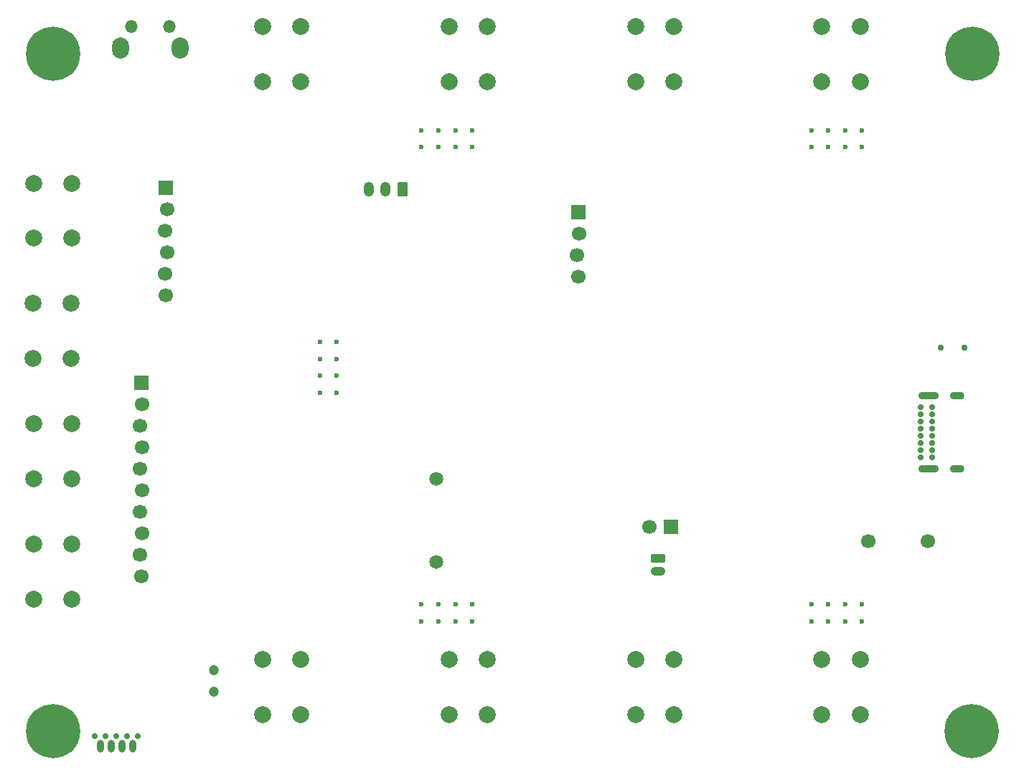
<source format=gbr>
%TF.GenerationSoftware,KiCad,Pcbnew,9.0.2-9.0.2-0~ubuntu24.04.1*%
%TF.CreationDate,2025-06-12T00:39:10-04:00*%
%TF.ProjectId,minstro_combined_board,6d696e73-7472-46f5-9f63-6f6d62696e65,rev?*%
%TF.SameCoordinates,Original*%
%TF.FileFunction,Soldermask,Bot*%
%TF.FilePolarity,Negative*%
%FSLAX46Y46*%
G04 Gerber Fmt 4.6, Leading zero omitted, Abs format (unit mm)*
G04 Created by KiCad (PCBNEW 9.0.2-9.0.2-0~ubuntu24.04.1) date 2025-06-12 00:39:10*
%MOMM*%
%LPD*%
G01*
G04 APERTURE LIST*
G04 Aperture macros list*
%AMRoundRect*
0 Rectangle with rounded corners*
0 $1 Rounding radius*
0 $2 $3 $4 $5 $6 $7 $8 $9 X,Y pos of 4 corners*
0 Add a 4 corners polygon primitive as box body*
4,1,4,$2,$3,$4,$5,$6,$7,$8,$9,$2,$3,0*
0 Add four circle primitives for the rounded corners*
1,1,$1+$1,$2,$3*
1,1,$1+$1,$4,$5*
1,1,$1+$1,$6,$7*
1,1,$1+$1,$8,$9*
0 Add four rect primitives between the rounded corners*
20,1,$1+$1,$2,$3,$4,$5,0*
20,1,$1+$1,$4,$5,$6,$7,0*
20,1,$1+$1,$6,$7,$8,$9,0*
20,1,$1+$1,$8,$9,$2,$3,0*%
G04 Aperture macros list end*
%ADD10R,1.700000X1.700000*%
%ADD11C,1.700000*%
%ADD12O,2.000000X2.500000*%
%ADD13O,1.500000X1.500000*%
%ADD14C,2.000000*%
%ADD15C,0.700000*%
%ADD16O,2.400000X0.900000*%
%ADD17O,1.700000X0.900000*%
%ADD18C,0.600000*%
%ADD19RoundRect,0.250000X0.350000X0.625000X-0.350000X0.625000X-0.350000X-0.625000X0.350000X-0.625000X0*%
%ADD20O,1.200000X1.750000*%
%ADD21C,6.400000*%
%ADD22O,0.800000X1.500000*%
%ADD23RoundRect,0.250000X-0.615000X0.265000X-0.615000X-0.265000X0.615000X-0.265000X0.615000X0.265000X0*%
%ADD24O,1.730000X1.030000*%
%ADD25C,0.750000*%
%ADD26C,1.640000*%
%ADD27C,1.200000*%
G04 APERTURE END LIST*
D10*
%TO.C,J402*%
X143500000Y-73690000D03*
D11*
X143627000Y-76230000D03*
X143373000Y-78770000D03*
X143500000Y-81310000D03*
%TD*%
%TO.C,J501*%
X184750000Y-112550000D03*
X177750000Y-112550000D03*
%TD*%
D12*
%TO.C,S917*%
X96500000Y-54250000D03*
X89500000Y-54250000D03*
D13*
X95250000Y-51760000D03*
X90750000Y-51750000D03*
%TD*%
D14*
%TO.C,S902*%
X128250000Y-51750000D03*
X128250000Y-58250000D03*
X132750000Y-51750000D03*
X132750000Y-58250000D03*
%TD*%
%TO.C,S903*%
X150250000Y-51750000D03*
X150250000Y-58250000D03*
X154750000Y-51750000D03*
X154750000Y-58250000D03*
%TD*%
%TO.C,S910*%
X128250000Y-126500000D03*
X128250000Y-133000000D03*
X132750000Y-126500000D03*
X132750000Y-133000000D03*
%TD*%
%TO.C,S907*%
X79250000Y-98650000D03*
X79250000Y-105150000D03*
X83750000Y-98650000D03*
X83750000Y-105150000D03*
%TD*%
%TO.C,S911*%
X150250000Y-126500000D03*
X150250000Y-133000000D03*
X154750000Y-126500000D03*
X154750000Y-133000000D03*
%TD*%
%TO.C,S909*%
X106250000Y-126500000D03*
X106250000Y-133000000D03*
X110750000Y-126500000D03*
X110750000Y-133000000D03*
%TD*%
%TO.C,S901*%
X106250000Y-51750000D03*
X106250000Y-58250000D03*
X110750000Y-51750000D03*
X110750000Y-58250000D03*
%TD*%
%TO.C,S912*%
X172250000Y-126500000D03*
X172250000Y-133000000D03*
X176750000Y-126500000D03*
X176750000Y-133000000D03*
%TD*%
%TO.C,S908*%
X79250000Y-112850000D03*
X79250000Y-119350000D03*
X83750000Y-112850000D03*
X83750000Y-119350000D03*
%TD*%
%TO.C,S905*%
X79250000Y-70250000D03*
X79250000Y-76750000D03*
X83750000Y-70250000D03*
X83750000Y-76750000D03*
%TD*%
%TO.C,S906*%
X79150000Y-84450000D03*
X79150000Y-90950000D03*
X83650000Y-84450000D03*
X83650000Y-90950000D03*
%TD*%
%TO.C,S904*%
X172250000Y-51750000D03*
X172250000Y-58250000D03*
X176750000Y-51750000D03*
X176750000Y-58250000D03*
%TD*%
D15*
%TO.C,J403*%
X183890000Y-102650000D03*
X183890000Y-101800000D03*
X183890000Y-100950000D03*
X183890000Y-100100000D03*
X183890000Y-99250000D03*
X183890000Y-98400000D03*
X183890000Y-97550000D03*
X183890000Y-96700000D03*
X185240000Y-96700000D03*
X185240000Y-97550000D03*
X185240000Y-98400000D03*
X185240000Y-99250000D03*
X185240000Y-100100000D03*
X185240000Y-100950000D03*
X185240000Y-101800000D03*
X185240000Y-102650000D03*
D16*
X184870000Y-104000000D03*
D17*
X188250000Y-104000000D03*
D16*
X184870000Y-95350000D03*
D17*
X188250000Y-95350000D03*
%TD*%
D11*
%TO.C,J1001*%
X94873000Y-83480000D03*
X94746000Y-80940000D03*
X95000000Y-78400000D03*
X94746000Y-75860000D03*
X95000000Y-73320000D03*
D10*
X94873000Y-70780000D03*
%TD*%
%TO.C,J801*%
X91927000Y-93860000D03*
D11*
X92054000Y-96400000D03*
X91800000Y-98940000D03*
X92054000Y-101480000D03*
X91800000Y-104020000D03*
X92054000Y-106560000D03*
X91800000Y-109100000D03*
X92054000Y-111640000D03*
X91800000Y-114180000D03*
X91927000Y-116720000D03*
%TD*%
D18*
%TO.C,REF\u002A\u002A*%
X177000000Y-66000000D03*
X177000000Y-64000000D03*
X175000000Y-66000000D03*
X175000000Y-64000000D03*
X173000000Y-66000000D03*
X173000000Y-64000000D03*
X171000000Y-66000000D03*
X171000000Y-64000000D03*
%TD*%
%TO.C,REF\u002A\u002A*%
X131000000Y-66000000D03*
X131000000Y-64000000D03*
X129000000Y-66000000D03*
X129000000Y-64000000D03*
X127000000Y-66000000D03*
X127000000Y-64000000D03*
X125000000Y-66000000D03*
X125000000Y-64000000D03*
%TD*%
%TO.C,REF\u002A\u002A*%
X113000000Y-95000000D03*
X115000000Y-95000000D03*
X113000000Y-93000000D03*
X115000000Y-93000000D03*
X113000000Y-91000000D03*
X115000000Y-91000000D03*
X113000000Y-89000000D03*
X115000000Y-89000000D03*
%TD*%
%TO.C,REF\u002A\u002A*%
X125000000Y-120000000D03*
X125000000Y-122000000D03*
X127000000Y-120000000D03*
X127000000Y-122000000D03*
X129000000Y-120000000D03*
X129000000Y-122000000D03*
X131000000Y-120000000D03*
X131000000Y-122000000D03*
%TD*%
%TO.C,REF\u002A\u002A*%
X171000000Y-120000000D03*
X171000000Y-122000000D03*
X173000000Y-120000000D03*
X173000000Y-122000000D03*
X175000000Y-120000000D03*
X175000000Y-122000000D03*
X177000000Y-120000000D03*
X177000000Y-122000000D03*
%TD*%
D19*
%TO.C,J301*%
X122750000Y-70950000D03*
D20*
X120750000Y-70950000D03*
X118750000Y-70950000D03*
%TD*%
D21*
%TO.C,H101*%
X190000000Y-55000000D03*
%TD*%
D15*
%TO.C,J701*%
X86460000Y-135574500D03*
X87730000Y-135574500D03*
X89000000Y-135574500D03*
X90270000Y-135574500D03*
X91540000Y-135574500D03*
D22*
X90905000Y-136729500D03*
X89635000Y-136729500D03*
X88365000Y-136729500D03*
X87095000Y-136729500D03*
%TD*%
D23*
%TO.C,J502*%
X152900000Y-114600000D03*
D24*
X152900000Y-116100000D03*
%TD*%
D25*
%TO.C,SW401*%
X186275000Y-89700000D03*
X189025000Y-89700000D03*
%TD*%
D21*
%TO.C,H102*%
X81500000Y-55000000D03*
%TD*%
D10*
%TO.C,J401*%
X154475000Y-110800000D03*
D11*
X151935000Y-110800000D03*
%TD*%
D26*
%TO.C,J404*%
X126750000Y-115000000D03*
X126750000Y-105200000D03*
%TD*%
D21*
%TO.C,H104*%
X81500000Y-135000000D03*
%TD*%
%TO.C,H103*%
X189900000Y-135000000D03*
%TD*%
D27*
%TO.C,MK501*%
X100500000Y-127730000D03*
X100500000Y-130270000D03*
%TD*%
M02*

</source>
